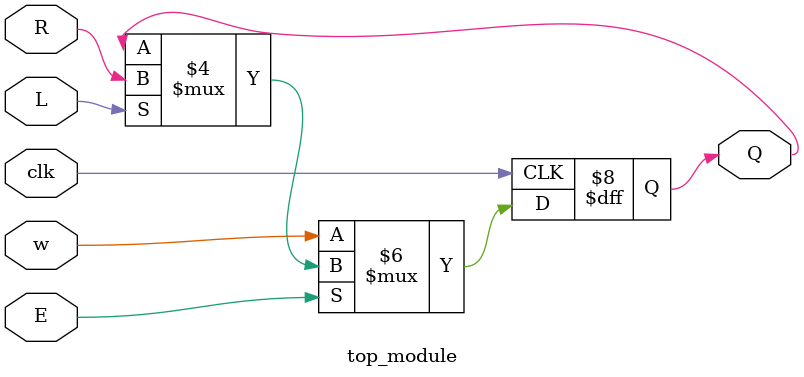
<source format=sv>
module top_module (
	input clk,
	input w,
	input R,
	input E,
	input L,
	output reg Q
);
	always @(posedge clk) begin
		if (E) begin
			if (L) begin
				Q <= R;
			end else begin
				Q <= Q;
			end
		end else begin
			Q <= w;
		end
	end
endmodule

</source>
